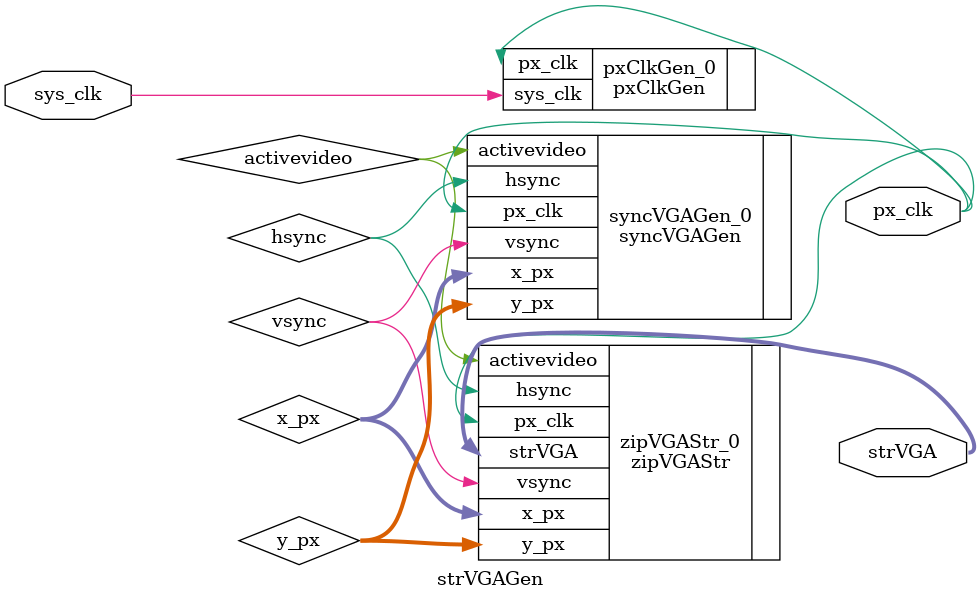
<source format=v>
module strVGAGen (
    input  wire sys_clk,            // System clock.
    output wire px_clk,             // Pixel clock.
    output wire [22:0] strVGA       // Stream VGA output.
);

wire [9:0] x_px;
wire [9:0] y_px;
wire hsync;
wire vsync;
wire activevideo;

// Pixel clock generator.
pxClkGen pxClkGen_0 (
    .sys_clk (sys_clk),
    .px_clk (px_clk)
);

// From pixel clock to sync.
syncVGAGen syncVGAGen_0 (
    .px_clk(px_clk),
    .x_px(x_px),
    .y_px(y_px),
    .hsync(hsync),
    .vsync(vsync),
    .activevideo(activevideo)
);

// From sync to stream VGA.
zipVGAStr zipVGAStr_0 (
    .px_clk(px_clk),
    .x_px(x_px),
    .y_px(y_px),
    .hsync(hsync),
    .vsync(vsync),
    .activevideo(activevideo),
    .strVGA(strVGA)
);

endmodule

</source>
